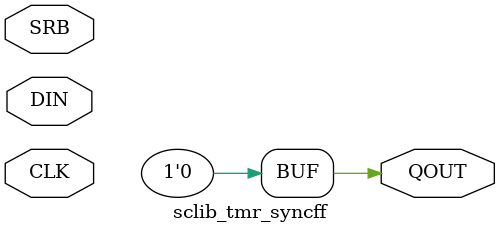
<source format=v>

module sclib_tmr_syncff # (
  parameter SYNCC = 2,      // Number of Synchronizer F/F
  parameter SET1RST0 = 1'b0 // Initialize value
) (
  input DIN,
  input CLK,
  input SRB,
  output reg QOUT
);

(* dont_touch = "yes" *) reg [SYNCC-1:0] sync_ff0;
(* dont_touch = "yes" *) reg [SYNCC-1:0] sync_ff1;
(* dont_touch = "yes" *) reg [SYNCC-1:0] sync_ff2;

always @ (posedge CLK or negedge SRB) begin
  if (!SRB) begin
    sync_ff0 <= {SYNCC{SET1RST0}};
    sync_ff1 <= {SYNCC{SET1RST0}};
    sync_ff2 <= {SYNCC{SET1RST0}};
  end
  else begin
    sync_ff0 <= {sync_0[SYNCC-2:0], DIN};
    sync_ff1 <= {sync_1[SYNCC-2:0], DIN};
    sync_ff2 <= {sync_2[SYNCC-2:0], DIN};
  end
end

always @ (*) begin
  case ({sync_2[SYNCC-1], sync_1[SYNCC-1], sync_0[SYNCC-1]})
    3'b011:  QOUT = 1'b1;
    3'b101:  QOUT = 1'b1;
    3'b110:  QOUT = 1'b1;
    3'b111:  QOUT = 1'b1;
    default: QOUT = 1'b0;
  endcase
end

endmodule

</source>
